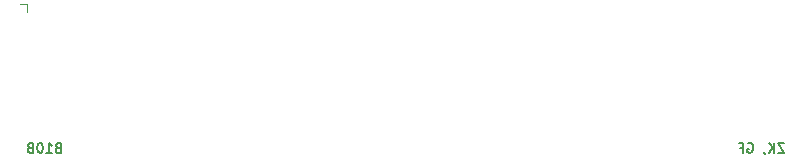
<source format=gbo>
G04 #@! TF.GenerationSoftware,KiCad,Pcbnew,7.0.10*
G04 #@! TF.CreationDate,2024-03-18T20:49:12-04:00*
G04 #@! TF.ProjectId,GR8RAM,47523852-414d-42e6-9b69-6361645f7063,1.0*
G04 #@! TF.SameCoordinates,Original*
G04 #@! TF.FileFunction,Legend,Bot*
G04 #@! TF.FilePolarity,Positive*
%FSLAX46Y46*%
G04 Gerber Fmt 4.6, Leading zero omitted, Abs format (unit mm)*
G04 Created by KiCad (PCBNEW 7.0.10) date 2024-03-18 20:49:12*
%MOMM*%
%LPD*%
G01*
G04 APERTURE LIST*
G04 Aperture macros list*
%AMRoundRect*
0 Rectangle with rounded corners*
0 $1 Rounding radius*
0 $2 $3 $4 $5 $6 $7 $8 $9 X,Y pos of 4 corners*
0 Add a 4 corners polygon primitive as box body*
4,1,4,$2,$3,$4,$5,$6,$7,$8,$9,$2,$3,0*
0 Add four circle primitives for the rounded corners*
1,1,$1+$1,$2,$3*
1,1,$1+$1,$4,$5*
1,1,$1+$1,$6,$7*
1,1,$1+$1,$8,$9*
0 Add four rect primitives between the rounded corners*
20,1,$1+$1,$2,$3,$4,$5,0*
20,1,$1+$1,$4,$5,$6,$7,0*
20,1,$1+$1,$6,$7,$8,$9,0*
20,1,$1+$1,$8,$9,$2,$3,0*%
G04 Aperture macros list end*
%ADD10C,0.203200*%
%ADD11C,0.120000*%
%ADD12C,0.000000*%
%ADD13RoundRect,0.419100X0.419100X3.327100X-0.419100X3.327100X-0.419100X-3.327100X0.419100X-3.327100X0*%
%ADD14C,2.152400*%
%ADD15C,1.448000*%
%ADD16C,2.527300*%
%ADD17C,1.143000*%
%ADD18C,0.939800*%
G04 APERTURE END LIST*
D10*
X134396237Y-129473649D02*
X133854371Y-129473649D01*
X133854371Y-129473649D02*
X134396237Y-130286449D01*
X134396237Y-130286449D02*
X133854371Y-130286449D01*
X133544733Y-130286449D02*
X133544733Y-129473649D01*
X133080276Y-130286449D02*
X133428618Y-129821992D01*
X133080276Y-129473649D02*
X133544733Y-129938106D01*
X132693228Y-130247745D02*
X132693228Y-130286449D01*
X132693228Y-130286449D02*
X132731933Y-130363859D01*
X132731933Y-130363859D02*
X132770637Y-130402564D01*
X131299856Y-129512354D02*
X131377266Y-129473649D01*
X131377266Y-129473649D02*
X131493380Y-129473649D01*
X131493380Y-129473649D02*
X131609494Y-129512354D01*
X131609494Y-129512354D02*
X131686904Y-129589764D01*
X131686904Y-129589764D02*
X131725609Y-129667173D01*
X131725609Y-129667173D02*
X131764313Y-129821992D01*
X131764313Y-129821992D02*
X131764313Y-129938106D01*
X131764313Y-129938106D02*
X131725609Y-130092925D01*
X131725609Y-130092925D02*
X131686904Y-130170335D01*
X131686904Y-130170335D02*
X131609494Y-130247745D01*
X131609494Y-130247745D02*
X131493380Y-130286449D01*
X131493380Y-130286449D02*
X131415971Y-130286449D01*
X131415971Y-130286449D02*
X131299856Y-130247745D01*
X131299856Y-130247745D02*
X131261152Y-130209040D01*
X131261152Y-130209040D02*
X131261152Y-129938106D01*
X131261152Y-129938106D02*
X131415971Y-129938106D01*
X130641875Y-129860697D02*
X130912809Y-129860697D01*
X130912809Y-130286449D02*
X130912809Y-129473649D01*
X130912809Y-129473649D02*
X130525761Y-129473649D01*
X72877437Y-129860697D02*
X72761323Y-129899402D01*
X72761323Y-129899402D02*
X72722618Y-129938106D01*
X72722618Y-129938106D02*
X72683914Y-130015516D01*
X72683914Y-130015516D02*
X72683914Y-130131630D01*
X72683914Y-130131630D02*
X72722618Y-130209040D01*
X72722618Y-130209040D02*
X72761323Y-130247745D01*
X72761323Y-130247745D02*
X72838733Y-130286449D01*
X72838733Y-130286449D02*
X73148371Y-130286449D01*
X73148371Y-130286449D02*
X73148371Y-129473649D01*
X73148371Y-129473649D02*
X72877437Y-129473649D01*
X72877437Y-129473649D02*
X72800028Y-129512354D01*
X72800028Y-129512354D02*
X72761323Y-129551059D01*
X72761323Y-129551059D02*
X72722618Y-129628468D01*
X72722618Y-129628468D02*
X72722618Y-129705878D01*
X72722618Y-129705878D02*
X72761323Y-129783287D01*
X72761323Y-129783287D02*
X72800028Y-129821992D01*
X72800028Y-129821992D02*
X72877437Y-129860697D01*
X72877437Y-129860697D02*
X73148371Y-129860697D01*
X71909818Y-130286449D02*
X72374275Y-130286449D01*
X72142047Y-130286449D02*
X72142047Y-129473649D01*
X72142047Y-129473649D02*
X72219456Y-129589764D01*
X72219456Y-129589764D02*
X72296866Y-129667173D01*
X72296866Y-129667173D02*
X72374275Y-129705878D01*
X71406657Y-129473649D02*
X71329247Y-129473649D01*
X71329247Y-129473649D02*
X71251838Y-129512354D01*
X71251838Y-129512354D02*
X71213133Y-129551059D01*
X71213133Y-129551059D02*
X71174428Y-129628468D01*
X71174428Y-129628468D02*
X71135723Y-129783287D01*
X71135723Y-129783287D02*
X71135723Y-129976811D01*
X71135723Y-129976811D02*
X71174428Y-130131630D01*
X71174428Y-130131630D02*
X71213133Y-130209040D01*
X71213133Y-130209040D02*
X71251838Y-130247745D01*
X71251838Y-130247745D02*
X71329247Y-130286449D01*
X71329247Y-130286449D02*
X71406657Y-130286449D01*
X71406657Y-130286449D02*
X71484066Y-130247745D01*
X71484066Y-130247745D02*
X71522771Y-130209040D01*
X71522771Y-130209040D02*
X71561476Y-130131630D01*
X71561476Y-130131630D02*
X71600180Y-129976811D01*
X71600180Y-129976811D02*
X71600180Y-129783287D01*
X71600180Y-129783287D02*
X71561476Y-129628468D01*
X71561476Y-129628468D02*
X71522771Y-129551059D01*
X71522771Y-129551059D02*
X71484066Y-129512354D01*
X71484066Y-129512354D02*
X71406657Y-129473649D01*
X70516447Y-129860697D02*
X70400333Y-129899402D01*
X70400333Y-129899402D02*
X70361628Y-129938106D01*
X70361628Y-129938106D02*
X70322924Y-130015516D01*
X70322924Y-130015516D02*
X70322924Y-130131630D01*
X70322924Y-130131630D02*
X70361628Y-130209040D01*
X70361628Y-130209040D02*
X70400333Y-130247745D01*
X70400333Y-130247745D02*
X70477743Y-130286449D01*
X70477743Y-130286449D02*
X70787381Y-130286449D01*
X70787381Y-130286449D02*
X70787381Y-129473649D01*
X70787381Y-129473649D02*
X70516447Y-129473649D01*
X70516447Y-129473649D02*
X70439038Y-129512354D01*
X70439038Y-129512354D02*
X70400333Y-129551059D01*
X70400333Y-129551059D02*
X70361628Y-129628468D01*
X70361628Y-129628468D02*
X70361628Y-129705878D01*
X70361628Y-129705878D02*
X70400333Y-129783287D01*
X70400333Y-129783287D02*
X70439038Y-129821992D01*
X70439038Y-129821992D02*
X70516447Y-129860697D01*
X70516447Y-129860697D02*
X70787381Y-129860697D01*
D11*
X70294500Y-117729000D02*
X69659500Y-117729000D01*
X70294500Y-118364000D02*
X70294500Y-117729000D01*
%LPC*%
D12*
G36*
X139700000Y-139446000D02*
G01*
X139192000Y-139954000D01*
X74168000Y-139954000D01*
X73660000Y-139446000D01*
X73660000Y-132080000D01*
X139700000Y-132080000D01*
X139700000Y-139446000D01*
G37*
D13*
X137160000Y-135282000D03*
X134620000Y-135282000D03*
X132080000Y-135282000D03*
X129540000Y-135282000D03*
X127000000Y-135282000D03*
X124460000Y-135282000D03*
X121920000Y-135282000D03*
X119380000Y-135282000D03*
X116840000Y-135282000D03*
X114300000Y-135282000D03*
X111760000Y-135282000D03*
X109220000Y-135282000D03*
X106680000Y-135282000D03*
X104140000Y-135282000D03*
X101600000Y-135282000D03*
X99060000Y-135282000D03*
X96520000Y-135282000D03*
X93980000Y-135282000D03*
X91440000Y-135282000D03*
X88900000Y-135282000D03*
X86360000Y-135282000D03*
X83820000Y-135282000D03*
X81280000Y-135282000D03*
X78740000Y-135282000D03*
X76200000Y-135282000D03*
D14*
X140462000Y-129540000D03*
D15*
X140462000Y-82423000D03*
X57023000Y-84709000D03*
X143002000Y-127000000D03*
D16*
X71564500Y-117094000D03*
D17*
X69024500Y-117094000D03*
D16*
X66484500Y-117094000D03*
X71564500Y-122809000D03*
X66484500Y-122809000D03*
D17*
X70040500Y-124714000D03*
X68008500Y-124714000D03*
D15*
X48133000Y-127000000D03*
D16*
X71564500Y-117094000D03*
D17*
X69024500Y-117094000D03*
D16*
X66484500Y-117094000D03*
X71564500Y-122809000D03*
X66484500Y-122809000D03*
D17*
X70040500Y-124714000D03*
X68008500Y-124714000D03*
D18*
X69659500Y-118364000D03*
X69659500Y-119634000D03*
X69659500Y-120904000D03*
X69659500Y-122174000D03*
X69659500Y-123444000D03*
X68389500Y-123444000D03*
X68389500Y-122174000D03*
X68389500Y-120904000D03*
X68389500Y-119634000D03*
X68389500Y-118364000D03*
%LPD*%
M02*

</source>
